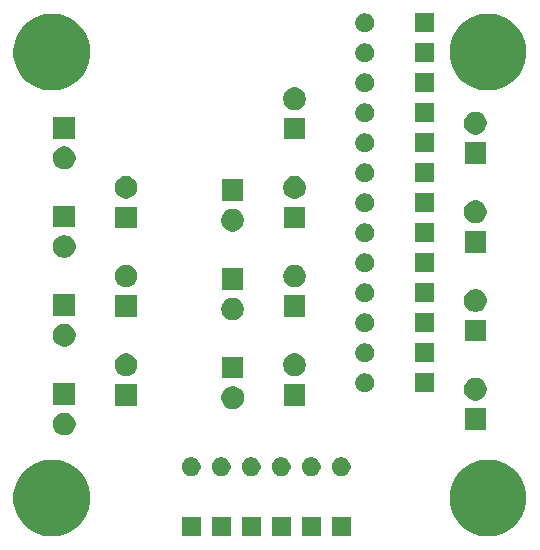
<source format=gbs>
G04 #@! TF.GenerationSoftware,KiCad,Pcbnew,(5.0.0)*
G04 #@! TF.CreationDate,2018-11-03T21:44:44-02:30*
G04 #@! TF.ProjectId,Maestro Adapter,4D61657374726F20416461707465722E,6*
G04 #@! TF.SameCoordinates,Original*
G04 #@! TF.FileFunction,Soldermask,Bot*
G04 #@! TF.FilePolarity,Negative*
%FSLAX46Y46*%
G04 Gerber Fmt 4.6, Leading zero omitted, Abs format (unit mm)*
G04 Created by KiCad (PCBNEW (5.0.0)) date 11/03/18 21:44:44*
%MOMM*%
%LPD*%
G01*
G04 APERTURE LIST*
%ADD10C,0.100000*%
G04 APERTURE END LIST*
D10*
G36*
X112554239Y-161081467D02*
X112868282Y-161143934D01*
X113459926Y-161389001D01*
X113923710Y-161698892D01*
X113992395Y-161744786D01*
X114445214Y-162197605D01*
X114445216Y-162197608D01*
X114800999Y-162730074D01*
X115046066Y-163321718D01*
X115171000Y-163949804D01*
X115171000Y-164590196D01*
X115046066Y-165218282D01*
X114800999Y-165809926D01*
X114447615Y-166338802D01*
X114445214Y-166342395D01*
X113992395Y-166795214D01*
X113992392Y-166795216D01*
X113459926Y-167150999D01*
X112868282Y-167396066D01*
X112554239Y-167458533D01*
X112240197Y-167521000D01*
X111599803Y-167521000D01*
X111285761Y-167458533D01*
X110971718Y-167396066D01*
X110380074Y-167150999D01*
X109847608Y-166795216D01*
X109847605Y-166795214D01*
X109394786Y-166342395D01*
X109392385Y-166338802D01*
X109039001Y-165809926D01*
X108793934Y-165218282D01*
X108669000Y-164590196D01*
X108669000Y-163949804D01*
X108793934Y-163321718D01*
X109039001Y-162730074D01*
X109394784Y-162197608D01*
X109394786Y-162197605D01*
X109847605Y-161744786D01*
X109916290Y-161698892D01*
X110380074Y-161389001D01*
X110971718Y-161143934D01*
X111285761Y-161081467D01*
X111599803Y-161019000D01*
X112240197Y-161019000D01*
X112554239Y-161081467D01*
X112554239Y-161081467D01*
G37*
G36*
X75634239Y-161081467D02*
X75948282Y-161143934D01*
X76539926Y-161389001D01*
X77003710Y-161698892D01*
X77072395Y-161744786D01*
X77525214Y-162197605D01*
X77525216Y-162197608D01*
X77880999Y-162730074D01*
X78126066Y-163321718D01*
X78251000Y-163949804D01*
X78251000Y-164590196D01*
X78126066Y-165218282D01*
X77880999Y-165809926D01*
X77527615Y-166338802D01*
X77525214Y-166342395D01*
X77072395Y-166795214D01*
X77072392Y-166795216D01*
X76539926Y-167150999D01*
X75948282Y-167396066D01*
X75634239Y-167458533D01*
X75320197Y-167521000D01*
X74679803Y-167521000D01*
X74365761Y-167458533D01*
X74051718Y-167396066D01*
X73460074Y-167150999D01*
X72927608Y-166795216D01*
X72927605Y-166795214D01*
X72474786Y-166342395D01*
X72472385Y-166338802D01*
X72119001Y-165809926D01*
X71873934Y-165218282D01*
X71749000Y-164590196D01*
X71749000Y-163949804D01*
X71873934Y-163321718D01*
X72119001Y-162730074D01*
X72474784Y-162197608D01*
X72474786Y-162197605D01*
X72927605Y-161744786D01*
X72996290Y-161698892D01*
X73460074Y-161389001D01*
X74051718Y-161143934D01*
X74365761Y-161081467D01*
X74679803Y-161019000D01*
X75320197Y-161019000D01*
X75634239Y-161081467D01*
X75634239Y-161081467D01*
G37*
G36*
X87591000Y-167501000D02*
X85989000Y-167501000D01*
X85989000Y-165899000D01*
X87591000Y-165899000D01*
X87591000Y-167501000D01*
X87591000Y-167501000D01*
G37*
G36*
X92671000Y-167501000D02*
X91069000Y-167501000D01*
X91069000Y-165899000D01*
X92671000Y-165899000D01*
X92671000Y-167501000D01*
X92671000Y-167501000D01*
G37*
G36*
X100291000Y-167501000D02*
X98689000Y-167501000D01*
X98689000Y-165899000D01*
X100291000Y-165899000D01*
X100291000Y-167501000D01*
X100291000Y-167501000D01*
G37*
G36*
X97751000Y-167501000D02*
X96149000Y-167501000D01*
X96149000Y-165899000D01*
X97751000Y-165899000D01*
X97751000Y-167501000D01*
X97751000Y-167501000D01*
G37*
G36*
X95211000Y-167501000D02*
X93609000Y-167501000D01*
X93609000Y-165899000D01*
X95211000Y-165899000D01*
X95211000Y-167501000D01*
X95211000Y-167501000D01*
G37*
G36*
X90131000Y-167501000D02*
X88529000Y-167501000D01*
X88529000Y-165899000D01*
X90131000Y-165899000D01*
X90131000Y-167501000D01*
X90131000Y-167501000D01*
G37*
G36*
X99723643Y-160849781D02*
X99869415Y-160910162D01*
X100000611Y-160997824D01*
X100112176Y-161109389D01*
X100199838Y-161240585D01*
X100260219Y-161386357D01*
X100291000Y-161541107D01*
X100291000Y-161698893D01*
X100260219Y-161853643D01*
X100199838Y-161999415D01*
X100112176Y-162130611D01*
X100000611Y-162242176D01*
X99869415Y-162329838D01*
X99723643Y-162390219D01*
X99568893Y-162421000D01*
X99411107Y-162421000D01*
X99256357Y-162390219D01*
X99110585Y-162329838D01*
X98979389Y-162242176D01*
X98867824Y-162130611D01*
X98780162Y-161999415D01*
X98719781Y-161853643D01*
X98689000Y-161698893D01*
X98689000Y-161541107D01*
X98719781Y-161386357D01*
X98780162Y-161240585D01*
X98867824Y-161109389D01*
X98979389Y-160997824D01*
X99110585Y-160910162D01*
X99256357Y-160849781D01*
X99411107Y-160819000D01*
X99568893Y-160819000D01*
X99723643Y-160849781D01*
X99723643Y-160849781D01*
G37*
G36*
X97183643Y-160849781D02*
X97329415Y-160910162D01*
X97460611Y-160997824D01*
X97572176Y-161109389D01*
X97659838Y-161240585D01*
X97720219Y-161386357D01*
X97751000Y-161541107D01*
X97751000Y-161698893D01*
X97720219Y-161853643D01*
X97659838Y-161999415D01*
X97572176Y-162130611D01*
X97460611Y-162242176D01*
X97329415Y-162329838D01*
X97183643Y-162390219D01*
X97028893Y-162421000D01*
X96871107Y-162421000D01*
X96716357Y-162390219D01*
X96570585Y-162329838D01*
X96439389Y-162242176D01*
X96327824Y-162130611D01*
X96240162Y-161999415D01*
X96179781Y-161853643D01*
X96149000Y-161698893D01*
X96149000Y-161541107D01*
X96179781Y-161386357D01*
X96240162Y-161240585D01*
X96327824Y-161109389D01*
X96439389Y-160997824D01*
X96570585Y-160910162D01*
X96716357Y-160849781D01*
X96871107Y-160819000D01*
X97028893Y-160819000D01*
X97183643Y-160849781D01*
X97183643Y-160849781D01*
G37*
G36*
X94643643Y-160849781D02*
X94789415Y-160910162D01*
X94920611Y-160997824D01*
X95032176Y-161109389D01*
X95119838Y-161240585D01*
X95180219Y-161386357D01*
X95211000Y-161541107D01*
X95211000Y-161698893D01*
X95180219Y-161853643D01*
X95119838Y-161999415D01*
X95032176Y-162130611D01*
X94920611Y-162242176D01*
X94789415Y-162329838D01*
X94643643Y-162390219D01*
X94488893Y-162421000D01*
X94331107Y-162421000D01*
X94176357Y-162390219D01*
X94030585Y-162329838D01*
X93899389Y-162242176D01*
X93787824Y-162130611D01*
X93700162Y-161999415D01*
X93639781Y-161853643D01*
X93609000Y-161698893D01*
X93609000Y-161541107D01*
X93639781Y-161386357D01*
X93700162Y-161240585D01*
X93787824Y-161109389D01*
X93899389Y-160997824D01*
X94030585Y-160910162D01*
X94176357Y-160849781D01*
X94331107Y-160819000D01*
X94488893Y-160819000D01*
X94643643Y-160849781D01*
X94643643Y-160849781D01*
G37*
G36*
X92103643Y-160849781D02*
X92249415Y-160910162D01*
X92380611Y-160997824D01*
X92492176Y-161109389D01*
X92579838Y-161240585D01*
X92640219Y-161386357D01*
X92671000Y-161541107D01*
X92671000Y-161698893D01*
X92640219Y-161853643D01*
X92579838Y-161999415D01*
X92492176Y-162130611D01*
X92380611Y-162242176D01*
X92249415Y-162329838D01*
X92103643Y-162390219D01*
X91948893Y-162421000D01*
X91791107Y-162421000D01*
X91636357Y-162390219D01*
X91490585Y-162329838D01*
X91359389Y-162242176D01*
X91247824Y-162130611D01*
X91160162Y-161999415D01*
X91099781Y-161853643D01*
X91069000Y-161698893D01*
X91069000Y-161541107D01*
X91099781Y-161386357D01*
X91160162Y-161240585D01*
X91247824Y-161109389D01*
X91359389Y-160997824D01*
X91490585Y-160910162D01*
X91636357Y-160849781D01*
X91791107Y-160819000D01*
X91948893Y-160819000D01*
X92103643Y-160849781D01*
X92103643Y-160849781D01*
G37*
G36*
X89563643Y-160849781D02*
X89709415Y-160910162D01*
X89840611Y-160997824D01*
X89952176Y-161109389D01*
X90039838Y-161240585D01*
X90100219Y-161386357D01*
X90131000Y-161541107D01*
X90131000Y-161698893D01*
X90100219Y-161853643D01*
X90039838Y-161999415D01*
X89952176Y-162130611D01*
X89840611Y-162242176D01*
X89709415Y-162329838D01*
X89563643Y-162390219D01*
X89408893Y-162421000D01*
X89251107Y-162421000D01*
X89096357Y-162390219D01*
X88950585Y-162329838D01*
X88819389Y-162242176D01*
X88707824Y-162130611D01*
X88620162Y-161999415D01*
X88559781Y-161853643D01*
X88529000Y-161698893D01*
X88529000Y-161541107D01*
X88559781Y-161386357D01*
X88620162Y-161240585D01*
X88707824Y-161109389D01*
X88819389Y-160997824D01*
X88950585Y-160910162D01*
X89096357Y-160849781D01*
X89251107Y-160819000D01*
X89408893Y-160819000D01*
X89563643Y-160849781D01*
X89563643Y-160849781D01*
G37*
G36*
X87023643Y-160849781D02*
X87169415Y-160910162D01*
X87300611Y-160997824D01*
X87412176Y-161109389D01*
X87499838Y-161240585D01*
X87560219Y-161386357D01*
X87591000Y-161541107D01*
X87591000Y-161698893D01*
X87560219Y-161853643D01*
X87499838Y-161999415D01*
X87412176Y-162130611D01*
X87300611Y-162242176D01*
X87169415Y-162329838D01*
X87023643Y-162390219D01*
X86868893Y-162421000D01*
X86711107Y-162421000D01*
X86556357Y-162390219D01*
X86410585Y-162329838D01*
X86279389Y-162242176D01*
X86167824Y-162130611D01*
X86080162Y-161999415D01*
X86019781Y-161853643D01*
X85989000Y-161698893D01*
X85989000Y-161541107D01*
X86019781Y-161386357D01*
X86080162Y-161240585D01*
X86167824Y-161109389D01*
X86279389Y-160997824D01*
X86410585Y-160910162D01*
X86556357Y-160849781D01*
X86711107Y-160819000D01*
X86868893Y-160819000D01*
X87023643Y-160849781D01*
X87023643Y-160849781D01*
G37*
G36*
X76330897Y-157084007D02*
X76506152Y-157156600D01*
X76663877Y-157261989D01*
X76798011Y-157396123D01*
X76903400Y-157553848D01*
X76975993Y-157729103D01*
X77013000Y-157915153D01*
X77013000Y-158104847D01*
X76975993Y-158290897D01*
X76903400Y-158466152D01*
X76798011Y-158623877D01*
X76663877Y-158758011D01*
X76506152Y-158863400D01*
X76330897Y-158935993D01*
X76144847Y-158973000D01*
X75955153Y-158973000D01*
X75769103Y-158935993D01*
X75593848Y-158863400D01*
X75436123Y-158758011D01*
X75301989Y-158623877D01*
X75196600Y-158466152D01*
X75124007Y-158290897D01*
X75087000Y-158104847D01*
X75087000Y-157915153D01*
X75124007Y-157729103D01*
X75196600Y-157553848D01*
X75301989Y-157396123D01*
X75436123Y-157261989D01*
X75593848Y-157156600D01*
X75769103Y-157084007D01*
X75955153Y-157047000D01*
X76144847Y-157047000D01*
X76330897Y-157084007D01*
X76330897Y-157084007D01*
G37*
G36*
X111773000Y-158523000D02*
X109947000Y-158523000D01*
X109947000Y-156697000D01*
X111773000Y-156697000D01*
X111773000Y-158523000D01*
X111773000Y-158523000D01*
G37*
G36*
X90590897Y-154854007D02*
X90766152Y-154926600D01*
X90923877Y-155031989D01*
X91058011Y-155166123D01*
X91163400Y-155323848D01*
X91235993Y-155499103D01*
X91273000Y-155685153D01*
X91273000Y-155874847D01*
X91235993Y-156060897D01*
X91163400Y-156236152D01*
X91058011Y-156393877D01*
X90923877Y-156528011D01*
X90766152Y-156633400D01*
X90590897Y-156705993D01*
X90404847Y-156743000D01*
X90215153Y-156743000D01*
X90029103Y-156705993D01*
X89853848Y-156633400D01*
X89696123Y-156528011D01*
X89561989Y-156393877D01*
X89456600Y-156236152D01*
X89384007Y-156060897D01*
X89347000Y-155874847D01*
X89347000Y-155685153D01*
X89384007Y-155499103D01*
X89456600Y-155323848D01*
X89561989Y-155166123D01*
X89696123Y-155031989D01*
X89853848Y-154926600D01*
X90029103Y-154854007D01*
X90215153Y-154817000D01*
X90404847Y-154817000D01*
X90590897Y-154854007D01*
X90590897Y-154854007D01*
G37*
G36*
X96453000Y-156453000D02*
X94627000Y-156453000D01*
X94627000Y-154627000D01*
X96453000Y-154627000D01*
X96453000Y-156453000D01*
X96453000Y-156453000D01*
G37*
G36*
X82193000Y-156453000D02*
X80367000Y-156453000D01*
X80367000Y-154627000D01*
X82193000Y-154627000D01*
X82193000Y-156453000D01*
X82193000Y-156453000D01*
G37*
G36*
X76963000Y-156383000D02*
X75137000Y-156383000D01*
X75137000Y-154557000D01*
X76963000Y-154557000D01*
X76963000Y-156383000D01*
X76963000Y-156383000D01*
G37*
G36*
X111140897Y-154144007D02*
X111316152Y-154216600D01*
X111473877Y-154321989D01*
X111608011Y-154456123D01*
X111713400Y-154613848D01*
X111785993Y-154789103D01*
X111823000Y-154975153D01*
X111823000Y-155164847D01*
X111785993Y-155350897D01*
X111713400Y-155526152D01*
X111608011Y-155683877D01*
X111473877Y-155818011D01*
X111316152Y-155923400D01*
X111140897Y-155995993D01*
X110954847Y-156033000D01*
X110765153Y-156033000D01*
X110579103Y-155995993D01*
X110403848Y-155923400D01*
X110246123Y-155818011D01*
X110111989Y-155683877D01*
X110006600Y-155526152D01*
X109934007Y-155350897D01*
X109897000Y-155164847D01*
X109897000Y-154975153D01*
X109934007Y-154789103D01*
X110006600Y-154613848D01*
X110111989Y-154456123D01*
X110246123Y-154321989D01*
X110403848Y-154216600D01*
X110579103Y-154144007D01*
X110765153Y-154107000D01*
X110954847Y-154107000D01*
X111140897Y-154144007D01*
X111140897Y-154144007D01*
G37*
G36*
X107371000Y-155321000D02*
X105769000Y-155321000D01*
X105769000Y-153719000D01*
X107371000Y-153719000D01*
X107371000Y-155321000D01*
X107371000Y-155321000D01*
G37*
G36*
X101723643Y-153749781D02*
X101869415Y-153810162D01*
X102000611Y-153897824D01*
X102112176Y-154009389D01*
X102199838Y-154140585D01*
X102260219Y-154286357D01*
X102291000Y-154441107D01*
X102291000Y-154598893D01*
X102260219Y-154753643D01*
X102199838Y-154899415D01*
X102112176Y-155030611D01*
X102000611Y-155142176D01*
X101869415Y-155229838D01*
X101723643Y-155290219D01*
X101568893Y-155321000D01*
X101411107Y-155321000D01*
X101256357Y-155290219D01*
X101110585Y-155229838D01*
X100979389Y-155142176D01*
X100867824Y-155030611D01*
X100780162Y-154899415D01*
X100719781Y-154753643D01*
X100689000Y-154598893D01*
X100689000Y-154441107D01*
X100719781Y-154286357D01*
X100780162Y-154140585D01*
X100867824Y-154009389D01*
X100979389Y-153897824D01*
X101110585Y-153810162D01*
X101256357Y-153749781D01*
X101411107Y-153719000D01*
X101568893Y-153719000D01*
X101723643Y-153749781D01*
X101723643Y-153749781D01*
G37*
G36*
X91223000Y-154153000D02*
X89397000Y-154153000D01*
X89397000Y-152327000D01*
X91223000Y-152327000D01*
X91223000Y-154153000D01*
X91223000Y-154153000D01*
G37*
G36*
X95820897Y-152074007D02*
X95996152Y-152146600D01*
X96153877Y-152251989D01*
X96288011Y-152386123D01*
X96393400Y-152543848D01*
X96465993Y-152719103D01*
X96503000Y-152905153D01*
X96503000Y-153094847D01*
X96465993Y-153280897D01*
X96393400Y-153456152D01*
X96288011Y-153613877D01*
X96153877Y-153748011D01*
X95996152Y-153853400D01*
X95820897Y-153925993D01*
X95634847Y-153963000D01*
X95445153Y-153963000D01*
X95259103Y-153925993D01*
X95083848Y-153853400D01*
X94926123Y-153748011D01*
X94791989Y-153613877D01*
X94686600Y-153456152D01*
X94614007Y-153280897D01*
X94577000Y-153094847D01*
X94577000Y-152905153D01*
X94614007Y-152719103D01*
X94686600Y-152543848D01*
X94791989Y-152386123D01*
X94926123Y-152251989D01*
X95083848Y-152146600D01*
X95259103Y-152074007D01*
X95445153Y-152037000D01*
X95634847Y-152037000D01*
X95820897Y-152074007D01*
X95820897Y-152074007D01*
G37*
G36*
X81560897Y-152074007D02*
X81736152Y-152146600D01*
X81893877Y-152251989D01*
X82028011Y-152386123D01*
X82133400Y-152543848D01*
X82205993Y-152719103D01*
X82243000Y-152905153D01*
X82243000Y-153094847D01*
X82205993Y-153280897D01*
X82133400Y-153456152D01*
X82028011Y-153613877D01*
X81893877Y-153748011D01*
X81736152Y-153853400D01*
X81560897Y-153925993D01*
X81374847Y-153963000D01*
X81185153Y-153963000D01*
X80999103Y-153925993D01*
X80823848Y-153853400D01*
X80666123Y-153748011D01*
X80531989Y-153613877D01*
X80426600Y-153456152D01*
X80354007Y-153280897D01*
X80317000Y-153094847D01*
X80317000Y-152905153D01*
X80354007Y-152719103D01*
X80426600Y-152543848D01*
X80531989Y-152386123D01*
X80666123Y-152251989D01*
X80823848Y-152146600D01*
X80999103Y-152074007D01*
X81185153Y-152037000D01*
X81374847Y-152037000D01*
X81560897Y-152074007D01*
X81560897Y-152074007D01*
G37*
G36*
X107371000Y-152781000D02*
X105769000Y-152781000D01*
X105769000Y-151179000D01*
X107371000Y-151179000D01*
X107371000Y-152781000D01*
X107371000Y-152781000D01*
G37*
G36*
X101723643Y-151209781D02*
X101869415Y-151270162D01*
X102000611Y-151357824D01*
X102112176Y-151469389D01*
X102199838Y-151600585D01*
X102260219Y-151746357D01*
X102291000Y-151901107D01*
X102291000Y-152058893D01*
X102260219Y-152213643D01*
X102199838Y-152359415D01*
X102112176Y-152490611D01*
X102000611Y-152602176D01*
X101869415Y-152689838D01*
X101723643Y-152750219D01*
X101568893Y-152781000D01*
X101411107Y-152781000D01*
X101256357Y-152750219D01*
X101110585Y-152689838D01*
X100979389Y-152602176D01*
X100867824Y-152490611D01*
X100780162Y-152359415D01*
X100719781Y-152213643D01*
X100689000Y-152058893D01*
X100689000Y-151901107D01*
X100719781Y-151746357D01*
X100780162Y-151600585D01*
X100867824Y-151469389D01*
X100979389Y-151357824D01*
X101110585Y-151270162D01*
X101256357Y-151209781D01*
X101411107Y-151179000D01*
X101568893Y-151179000D01*
X101723643Y-151209781D01*
X101723643Y-151209781D01*
G37*
G36*
X76330897Y-149574007D02*
X76506152Y-149646600D01*
X76663877Y-149751989D01*
X76798011Y-149886123D01*
X76903400Y-150043848D01*
X76975993Y-150219103D01*
X77013000Y-150405153D01*
X77013000Y-150594847D01*
X76975993Y-150780897D01*
X76903400Y-150956152D01*
X76798011Y-151113877D01*
X76663877Y-151248011D01*
X76506152Y-151353400D01*
X76330897Y-151425993D01*
X76144847Y-151463000D01*
X75955153Y-151463000D01*
X75769103Y-151425993D01*
X75593848Y-151353400D01*
X75436123Y-151248011D01*
X75301989Y-151113877D01*
X75196600Y-150956152D01*
X75124007Y-150780897D01*
X75087000Y-150594847D01*
X75087000Y-150405153D01*
X75124007Y-150219103D01*
X75196600Y-150043848D01*
X75301989Y-149886123D01*
X75436123Y-149751989D01*
X75593848Y-149646600D01*
X75769103Y-149574007D01*
X75955153Y-149537000D01*
X76144847Y-149537000D01*
X76330897Y-149574007D01*
X76330897Y-149574007D01*
G37*
G36*
X111773000Y-151013000D02*
X109947000Y-151013000D01*
X109947000Y-149187000D01*
X111773000Y-149187000D01*
X111773000Y-151013000D01*
X111773000Y-151013000D01*
G37*
G36*
X101723643Y-148669781D02*
X101869415Y-148730162D01*
X102000611Y-148817824D01*
X102112176Y-148929389D01*
X102199838Y-149060585D01*
X102260219Y-149206357D01*
X102291000Y-149361107D01*
X102291000Y-149518893D01*
X102260219Y-149673643D01*
X102199838Y-149819415D01*
X102112176Y-149950611D01*
X102000611Y-150062176D01*
X101869415Y-150149838D01*
X101723643Y-150210219D01*
X101568893Y-150241000D01*
X101411107Y-150241000D01*
X101256357Y-150210219D01*
X101110585Y-150149838D01*
X100979389Y-150062176D01*
X100867824Y-149950611D01*
X100780162Y-149819415D01*
X100719781Y-149673643D01*
X100689000Y-149518893D01*
X100689000Y-149361107D01*
X100719781Y-149206357D01*
X100780162Y-149060585D01*
X100867824Y-148929389D01*
X100979389Y-148817824D01*
X101110585Y-148730162D01*
X101256357Y-148669781D01*
X101411107Y-148639000D01*
X101568893Y-148639000D01*
X101723643Y-148669781D01*
X101723643Y-148669781D01*
G37*
G36*
X107371000Y-150241000D02*
X105769000Y-150241000D01*
X105769000Y-148639000D01*
X107371000Y-148639000D01*
X107371000Y-150241000D01*
X107371000Y-150241000D01*
G37*
G36*
X90580897Y-147344007D02*
X90756152Y-147416600D01*
X90913877Y-147521989D01*
X91048011Y-147656123D01*
X91153400Y-147813848D01*
X91225993Y-147989103D01*
X91263000Y-148175153D01*
X91263000Y-148364847D01*
X91225993Y-148550897D01*
X91153400Y-148726152D01*
X91048011Y-148883877D01*
X90913877Y-149018011D01*
X90756152Y-149123400D01*
X90580897Y-149195993D01*
X90394847Y-149233000D01*
X90205153Y-149233000D01*
X90019103Y-149195993D01*
X89843848Y-149123400D01*
X89686123Y-149018011D01*
X89551989Y-148883877D01*
X89446600Y-148726152D01*
X89374007Y-148550897D01*
X89337000Y-148364847D01*
X89337000Y-148175153D01*
X89374007Y-147989103D01*
X89446600Y-147813848D01*
X89551989Y-147656123D01*
X89686123Y-147521989D01*
X89843848Y-147416600D01*
X90019103Y-147344007D01*
X90205153Y-147307000D01*
X90394847Y-147307000D01*
X90580897Y-147344007D01*
X90580897Y-147344007D01*
G37*
G36*
X82193000Y-148943000D02*
X80367000Y-148943000D01*
X80367000Y-147117000D01*
X82193000Y-147117000D01*
X82193000Y-148943000D01*
X82193000Y-148943000D01*
G37*
G36*
X96453000Y-148943000D02*
X94627000Y-148943000D01*
X94627000Y-147117000D01*
X96453000Y-147117000D01*
X96453000Y-148943000D01*
X96453000Y-148943000D01*
G37*
G36*
X76963000Y-148873000D02*
X75137000Y-148873000D01*
X75137000Y-147047000D01*
X76963000Y-147047000D01*
X76963000Y-148873000D01*
X76963000Y-148873000D01*
G37*
G36*
X111140897Y-146634007D02*
X111316152Y-146706600D01*
X111473877Y-146811989D01*
X111608011Y-146946123D01*
X111713400Y-147103848D01*
X111785993Y-147279103D01*
X111823000Y-147465153D01*
X111823000Y-147654847D01*
X111785993Y-147840897D01*
X111713400Y-148016152D01*
X111608011Y-148173877D01*
X111473877Y-148308011D01*
X111316152Y-148413400D01*
X111140897Y-148485993D01*
X110954847Y-148523000D01*
X110765153Y-148523000D01*
X110579103Y-148485993D01*
X110403848Y-148413400D01*
X110246123Y-148308011D01*
X110111989Y-148173877D01*
X110006600Y-148016152D01*
X109934007Y-147840897D01*
X109897000Y-147654847D01*
X109897000Y-147465153D01*
X109934007Y-147279103D01*
X110006600Y-147103848D01*
X110111989Y-146946123D01*
X110246123Y-146811989D01*
X110403848Y-146706600D01*
X110579103Y-146634007D01*
X110765153Y-146597000D01*
X110954847Y-146597000D01*
X111140897Y-146634007D01*
X111140897Y-146634007D01*
G37*
G36*
X107371000Y-147701000D02*
X105769000Y-147701000D01*
X105769000Y-146099000D01*
X107371000Y-146099000D01*
X107371000Y-147701000D01*
X107371000Y-147701000D01*
G37*
G36*
X101723643Y-146129781D02*
X101869415Y-146190162D01*
X102000611Y-146277824D01*
X102112176Y-146389389D01*
X102199838Y-146520585D01*
X102260219Y-146666357D01*
X102291000Y-146821107D01*
X102291000Y-146978893D01*
X102260219Y-147133643D01*
X102199838Y-147279415D01*
X102112176Y-147410611D01*
X102000611Y-147522176D01*
X101869415Y-147609838D01*
X101723643Y-147670219D01*
X101568893Y-147701000D01*
X101411107Y-147701000D01*
X101256357Y-147670219D01*
X101110585Y-147609838D01*
X100979389Y-147522176D01*
X100867824Y-147410611D01*
X100780162Y-147279415D01*
X100719781Y-147133643D01*
X100689000Y-146978893D01*
X100689000Y-146821107D01*
X100719781Y-146666357D01*
X100780162Y-146520585D01*
X100867824Y-146389389D01*
X100979389Y-146277824D01*
X101110585Y-146190162D01*
X101256357Y-146129781D01*
X101411107Y-146099000D01*
X101568893Y-146099000D01*
X101723643Y-146129781D01*
X101723643Y-146129781D01*
G37*
G36*
X91213000Y-146643000D02*
X89387000Y-146643000D01*
X89387000Y-144817000D01*
X91213000Y-144817000D01*
X91213000Y-146643000D01*
X91213000Y-146643000D01*
G37*
G36*
X95820897Y-144564007D02*
X95996152Y-144636600D01*
X96153877Y-144741989D01*
X96288011Y-144876123D01*
X96393400Y-145033848D01*
X96465993Y-145209103D01*
X96503000Y-145395153D01*
X96503000Y-145584847D01*
X96465993Y-145770897D01*
X96393400Y-145946152D01*
X96288011Y-146103877D01*
X96153877Y-146238011D01*
X95996152Y-146343400D01*
X95820897Y-146415993D01*
X95634847Y-146453000D01*
X95445153Y-146453000D01*
X95259103Y-146415993D01*
X95083848Y-146343400D01*
X94926123Y-146238011D01*
X94791989Y-146103877D01*
X94686600Y-145946152D01*
X94614007Y-145770897D01*
X94577000Y-145584847D01*
X94577000Y-145395153D01*
X94614007Y-145209103D01*
X94686600Y-145033848D01*
X94791989Y-144876123D01*
X94926123Y-144741989D01*
X95083848Y-144636600D01*
X95259103Y-144564007D01*
X95445153Y-144527000D01*
X95634847Y-144527000D01*
X95820897Y-144564007D01*
X95820897Y-144564007D01*
G37*
G36*
X81560897Y-144564007D02*
X81736152Y-144636600D01*
X81893877Y-144741989D01*
X82028011Y-144876123D01*
X82133400Y-145033848D01*
X82205993Y-145209103D01*
X82243000Y-145395153D01*
X82243000Y-145584847D01*
X82205993Y-145770897D01*
X82133400Y-145946152D01*
X82028011Y-146103877D01*
X81893877Y-146238011D01*
X81736152Y-146343400D01*
X81560897Y-146415993D01*
X81374847Y-146453000D01*
X81185153Y-146453000D01*
X80999103Y-146415993D01*
X80823848Y-146343400D01*
X80666123Y-146238011D01*
X80531989Y-146103877D01*
X80426600Y-145946152D01*
X80354007Y-145770897D01*
X80317000Y-145584847D01*
X80317000Y-145395153D01*
X80354007Y-145209103D01*
X80426600Y-145033848D01*
X80531989Y-144876123D01*
X80666123Y-144741989D01*
X80823848Y-144636600D01*
X80999103Y-144564007D01*
X81185153Y-144527000D01*
X81374847Y-144527000D01*
X81560897Y-144564007D01*
X81560897Y-144564007D01*
G37*
G36*
X107371000Y-145161000D02*
X105769000Y-145161000D01*
X105769000Y-143559000D01*
X107371000Y-143559000D01*
X107371000Y-145161000D01*
X107371000Y-145161000D01*
G37*
G36*
X101723643Y-143589781D02*
X101869415Y-143650162D01*
X102000611Y-143737824D01*
X102112176Y-143849389D01*
X102199838Y-143980585D01*
X102260219Y-144126357D01*
X102291000Y-144281107D01*
X102291000Y-144438893D01*
X102260219Y-144593643D01*
X102199838Y-144739415D01*
X102112176Y-144870611D01*
X102000611Y-144982176D01*
X101869415Y-145069838D01*
X101723643Y-145130219D01*
X101568893Y-145161000D01*
X101411107Y-145161000D01*
X101256357Y-145130219D01*
X101110585Y-145069838D01*
X100979389Y-144982176D01*
X100867824Y-144870611D01*
X100780162Y-144739415D01*
X100719781Y-144593643D01*
X100689000Y-144438893D01*
X100689000Y-144281107D01*
X100719781Y-144126357D01*
X100780162Y-143980585D01*
X100867824Y-143849389D01*
X100979389Y-143737824D01*
X101110585Y-143650162D01*
X101256357Y-143589781D01*
X101411107Y-143559000D01*
X101568893Y-143559000D01*
X101723643Y-143589781D01*
X101723643Y-143589781D01*
G37*
G36*
X76330897Y-142064007D02*
X76506152Y-142136600D01*
X76663877Y-142241989D01*
X76798011Y-142376123D01*
X76903400Y-142533848D01*
X76975993Y-142709103D01*
X77013000Y-142895153D01*
X77013000Y-143084847D01*
X76975993Y-143270897D01*
X76903400Y-143446152D01*
X76798011Y-143603877D01*
X76663877Y-143738011D01*
X76506152Y-143843400D01*
X76330897Y-143915993D01*
X76144847Y-143953000D01*
X75955153Y-143953000D01*
X75769103Y-143915993D01*
X75593848Y-143843400D01*
X75436123Y-143738011D01*
X75301989Y-143603877D01*
X75196600Y-143446152D01*
X75124007Y-143270897D01*
X75087000Y-143084847D01*
X75087000Y-142895153D01*
X75124007Y-142709103D01*
X75196600Y-142533848D01*
X75301989Y-142376123D01*
X75436123Y-142241989D01*
X75593848Y-142136600D01*
X75769103Y-142064007D01*
X75955153Y-142027000D01*
X76144847Y-142027000D01*
X76330897Y-142064007D01*
X76330897Y-142064007D01*
G37*
G36*
X111773000Y-143503000D02*
X109947000Y-143503000D01*
X109947000Y-141677000D01*
X111773000Y-141677000D01*
X111773000Y-143503000D01*
X111773000Y-143503000D01*
G37*
G36*
X107371000Y-142621000D02*
X105769000Y-142621000D01*
X105769000Y-141019000D01*
X107371000Y-141019000D01*
X107371000Y-142621000D01*
X107371000Y-142621000D01*
G37*
G36*
X101723643Y-141049781D02*
X101869415Y-141110162D01*
X102000611Y-141197824D01*
X102112176Y-141309389D01*
X102199838Y-141440585D01*
X102260219Y-141586357D01*
X102291000Y-141741107D01*
X102291000Y-141898893D01*
X102260219Y-142053643D01*
X102199838Y-142199415D01*
X102112176Y-142330611D01*
X102000611Y-142442176D01*
X101869415Y-142529838D01*
X101723643Y-142590219D01*
X101568893Y-142621000D01*
X101411107Y-142621000D01*
X101256357Y-142590219D01*
X101110585Y-142529838D01*
X100979389Y-142442176D01*
X100867824Y-142330611D01*
X100780162Y-142199415D01*
X100719781Y-142053643D01*
X100689000Y-141898893D01*
X100689000Y-141741107D01*
X100719781Y-141586357D01*
X100780162Y-141440585D01*
X100867824Y-141309389D01*
X100979389Y-141197824D01*
X101110585Y-141110162D01*
X101256357Y-141049781D01*
X101411107Y-141019000D01*
X101568893Y-141019000D01*
X101723643Y-141049781D01*
X101723643Y-141049781D01*
G37*
G36*
X90580897Y-139834007D02*
X90756152Y-139906600D01*
X90913877Y-140011989D01*
X91048011Y-140146123D01*
X91153400Y-140303848D01*
X91225993Y-140479103D01*
X91263000Y-140665153D01*
X91263000Y-140854847D01*
X91225993Y-141040897D01*
X91153400Y-141216152D01*
X91048011Y-141373877D01*
X90913877Y-141508011D01*
X90756152Y-141613400D01*
X90580897Y-141685993D01*
X90394847Y-141723000D01*
X90205153Y-141723000D01*
X90019103Y-141685993D01*
X89843848Y-141613400D01*
X89686123Y-141508011D01*
X89551989Y-141373877D01*
X89446600Y-141216152D01*
X89374007Y-141040897D01*
X89337000Y-140854847D01*
X89337000Y-140665153D01*
X89374007Y-140479103D01*
X89446600Y-140303848D01*
X89551989Y-140146123D01*
X89686123Y-140011989D01*
X89843848Y-139906600D01*
X90019103Y-139834007D01*
X90205153Y-139797000D01*
X90394847Y-139797000D01*
X90580897Y-139834007D01*
X90580897Y-139834007D01*
G37*
G36*
X82193000Y-141433000D02*
X80367000Y-141433000D01*
X80367000Y-139607000D01*
X82193000Y-139607000D01*
X82193000Y-141433000D01*
X82193000Y-141433000D01*
G37*
G36*
X96453000Y-141433000D02*
X94627000Y-141433000D01*
X94627000Y-139607000D01*
X96453000Y-139607000D01*
X96453000Y-141433000D01*
X96453000Y-141433000D01*
G37*
G36*
X76963000Y-141363000D02*
X75137000Y-141363000D01*
X75137000Y-139537000D01*
X76963000Y-139537000D01*
X76963000Y-141363000D01*
X76963000Y-141363000D01*
G37*
G36*
X111140897Y-139124007D02*
X111316152Y-139196600D01*
X111473877Y-139301989D01*
X111608011Y-139436123D01*
X111713400Y-139593848D01*
X111785993Y-139769103D01*
X111823000Y-139955153D01*
X111823000Y-140144847D01*
X111785993Y-140330897D01*
X111713400Y-140506152D01*
X111608011Y-140663877D01*
X111473877Y-140798011D01*
X111316152Y-140903400D01*
X111140897Y-140975993D01*
X110954847Y-141013000D01*
X110765153Y-141013000D01*
X110579103Y-140975993D01*
X110403848Y-140903400D01*
X110246123Y-140798011D01*
X110111989Y-140663877D01*
X110006600Y-140506152D01*
X109934007Y-140330897D01*
X109897000Y-140144847D01*
X109897000Y-139955153D01*
X109934007Y-139769103D01*
X110006600Y-139593848D01*
X110111989Y-139436123D01*
X110246123Y-139301989D01*
X110403848Y-139196600D01*
X110579103Y-139124007D01*
X110765153Y-139087000D01*
X110954847Y-139087000D01*
X111140897Y-139124007D01*
X111140897Y-139124007D01*
G37*
G36*
X101723643Y-138509781D02*
X101869415Y-138570162D01*
X102000611Y-138657824D01*
X102112176Y-138769389D01*
X102199838Y-138900585D01*
X102260219Y-139046357D01*
X102291000Y-139201107D01*
X102291000Y-139358893D01*
X102260219Y-139513643D01*
X102199838Y-139659415D01*
X102112176Y-139790611D01*
X102000611Y-139902176D01*
X101869415Y-139989838D01*
X101723643Y-140050219D01*
X101568893Y-140081000D01*
X101411107Y-140081000D01*
X101256357Y-140050219D01*
X101110585Y-139989838D01*
X100979389Y-139902176D01*
X100867824Y-139790611D01*
X100780162Y-139659415D01*
X100719781Y-139513643D01*
X100689000Y-139358893D01*
X100689000Y-139201107D01*
X100719781Y-139046357D01*
X100780162Y-138900585D01*
X100867824Y-138769389D01*
X100979389Y-138657824D01*
X101110585Y-138570162D01*
X101256357Y-138509781D01*
X101411107Y-138479000D01*
X101568893Y-138479000D01*
X101723643Y-138509781D01*
X101723643Y-138509781D01*
G37*
G36*
X107371000Y-140081000D02*
X105769000Y-140081000D01*
X105769000Y-138479000D01*
X107371000Y-138479000D01*
X107371000Y-140081000D01*
X107371000Y-140081000D01*
G37*
G36*
X91213000Y-139133000D02*
X89387000Y-139133000D01*
X89387000Y-137307000D01*
X91213000Y-137307000D01*
X91213000Y-139133000D01*
X91213000Y-139133000D01*
G37*
G36*
X81560897Y-137054007D02*
X81736152Y-137126600D01*
X81893877Y-137231989D01*
X82028011Y-137366123D01*
X82133400Y-137523848D01*
X82205993Y-137699103D01*
X82243000Y-137885153D01*
X82243000Y-138074847D01*
X82205993Y-138260897D01*
X82133400Y-138436152D01*
X82028011Y-138593877D01*
X81893877Y-138728011D01*
X81736152Y-138833400D01*
X81560897Y-138905993D01*
X81374847Y-138943000D01*
X81185153Y-138943000D01*
X80999103Y-138905993D01*
X80823848Y-138833400D01*
X80666123Y-138728011D01*
X80531989Y-138593877D01*
X80426600Y-138436152D01*
X80354007Y-138260897D01*
X80317000Y-138074847D01*
X80317000Y-137885153D01*
X80354007Y-137699103D01*
X80426600Y-137523848D01*
X80531989Y-137366123D01*
X80666123Y-137231989D01*
X80823848Y-137126600D01*
X80999103Y-137054007D01*
X81185153Y-137017000D01*
X81374847Y-137017000D01*
X81560897Y-137054007D01*
X81560897Y-137054007D01*
G37*
G36*
X95820897Y-137054007D02*
X95996152Y-137126600D01*
X96153877Y-137231989D01*
X96288011Y-137366123D01*
X96393400Y-137523848D01*
X96465993Y-137699103D01*
X96503000Y-137885153D01*
X96503000Y-138074847D01*
X96465993Y-138260897D01*
X96393400Y-138436152D01*
X96288011Y-138593877D01*
X96153877Y-138728011D01*
X95996152Y-138833400D01*
X95820897Y-138905993D01*
X95634847Y-138943000D01*
X95445153Y-138943000D01*
X95259103Y-138905993D01*
X95083848Y-138833400D01*
X94926123Y-138728011D01*
X94791989Y-138593877D01*
X94686600Y-138436152D01*
X94614007Y-138260897D01*
X94577000Y-138074847D01*
X94577000Y-137885153D01*
X94614007Y-137699103D01*
X94686600Y-137523848D01*
X94791989Y-137366123D01*
X94926123Y-137231989D01*
X95083848Y-137126600D01*
X95259103Y-137054007D01*
X95445153Y-137017000D01*
X95634847Y-137017000D01*
X95820897Y-137054007D01*
X95820897Y-137054007D01*
G37*
G36*
X107371000Y-137541000D02*
X105769000Y-137541000D01*
X105769000Y-135939000D01*
X107371000Y-135939000D01*
X107371000Y-137541000D01*
X107371000Y-137541000D01*
G37*
G36*
X101723643Y-135969781D02*
X101869415Y-136030162D01*
X102000611Y-136117824D01*
X102112176Y-136229389D01*
X102199838Y-136360585D01*
X102260219Y-136506357D01*
X102291000Y-136661107D01*
X102291000Y-136818893D01*
X102260219Y-136973643D01*
X102199838Y-137119415D01*
X102112176Y-137250611D01*
X102000611Y-137362176D01*
X101869415Y-137449838D01*
X101723643Y-137510219D01*
X101568893Y-137541000D01*
X101411107Y-137541000D01*
X101256357Y-137510219D01*
X101110585Y-137449838D01*
X100979389Y-137362176D01*
X100867824Y-137250611D01*
X100780162Y-137119415D01*
X100719781Y-136973643D01*
X100689000Y-136818893D01*
X100689000Y-136661107D01*
X100719781Y-136506357D01*
X100780162Y-136360585D01*
X100867824Y-136229389D01*
X100979389Y-136117824D01*
X101110585Y-136030162D01*
X101256357Y-135969781D01*
X101411107Y-135939000D01*
X101568893Y-135939000D01*
X101723643Y-135969781D01*
X101723643Y-135969781D01*
G37*
G36*
X76330897Y-134554007D02*
X76506152Y-134626600D01*
X76663877Y-134731989D01*
X76798011Y-134866123D01*
X76903400Y-135023848D01*
X76975993Y-135199103D01*
X77013000Y-135385153D01*
X77013000Y-135574847D01*
X76975993Y-135760897D01*
X76903400Y-135936152D01*
X76798011Y-136093877D01*
X76663877Y-136228011D01*
X76506152Y-136333400D01*
X76330897Y-136405993D01*
X76144847Y-136443000D01*
X75955153Y-136443000D01*
X75769103Y-136405993D01*
X75593848Y-136333400D01*
X75436123Y-136228011D01*
X75301989Y-136093877D01*
X75196600Y-135936152D01*
X75124007Y-135760897D01*
X75087000Y-135574847D01*
X75087000Y-135385153D01*
X75124007Y-135199103D01*
X75196600Y-135023848D01*
X75301989Y-134866123D01*
X75436123Y-134731989D01*
X75593848Y-134626600D01*
X75769103Y-134554007D01*
X75955153Y-134517000D01*
X76144847Y-134517000D01*
X76330897Y-134554007D01*
X76330897Y-134554007D01*
G37*
G36*
X111773000Y-135993000D02*
X109947000Y-135993000D01*
X109947000Y-134167000D01*
X111773000Y-134167000D01*
X111773000Y-135993000D01*
X111773000Y-135993000D01*
G37*
G36*
X101723643Y-133429781D02*
X101869415Y-133490162D01*
X102000611Y-133577824D01*
X102112176Y-133689389D01*
X102199838Y-133820585D01*
X102260219Y-133966357D01*
X102291000Y-134121107D01*
X102291000Y-134278893D01*
X102260219Y-134433643D01*
X102199838Y-134579415D01*
X102112176Y-134710611D01*
X102000611Y-134822176D01*
X101869415Y-134909838D01*
X101723643Y-134970219D01*
X101568893Y-135001000D01*
X101411107Y-135001000D01*
X101256357Y-134970219D01*
X101110585Y-134909838D01*
X100979389Y-134822176D01*
X100867824Y-134710611D01*
X100780162Y-134579415D01*
X100719781Y-134433643D01*
X100689000Y-134278893D01*
X100689000Y-134121107D01*
X100719781Y-133966357D01*
X100780162Y-133820585D01*
X100867824Y-133689389D01*
X100979389Y-133577824D01*
X101110585Y-133490162D01*
X101256357Y-133429781D01*
X101411107Y-133399000D01*
X101568893Y-133399000D01*
X101723643Y-133429781D01*
X101723643Y-133429781D01*
G37*
G36*
X107371000Y-135001000D02*
X105769000Y-135001000D01*
X105769000Y-133399000D01*
X107371000Y-133399000D01*
X107371000Y-135001000D01*
X107371000Y-135001000D01*
G37*
G36*
X96453000Y-133923000D02*
X94627000Y-133923000D01*
X94627000Y-132097000D01*
X96453000Y-132097000D01*
X96453000Y-133923000D01*
X96453000Y-133923000D01*
G37*
G36*
X76963000Y-133853000D02*
X75137000Y-133853000D01*
X75137000Y-132027000D01*
X76963000Y-132027000D01*
X76963000Y-133853000D01*
X76963000Y-133853000D01*
G37*
G36*
X111140897Y-131614007D02*
X111316152Y-131686600D01*
X111473877Y-131791989D01*
X111608011Y-131926123D01*
X111713400Y-132083848D01*
X111785993Y-132259103D01*
X111823000Y-132445153D01*
X111823000Y-132634847D01*
X111785993Y-132820897D01*
X111713400Y-132996152D01*
X111608011Y-133153877D01*
X111473877Y-133288011D01*
X111316152Y-133393400D01*
X111140897Y-133465993D01*
X110954847Y-133503000D01*
X110765153Y-133503000D01*
X110579103Y-133465993D01*
X110403848Y-133393400D01*
X110246123Y-133288011D01*
X110111989Y-133153877D01*
X110006600Y-132996152D01*
X109934007Y-132820897D01*
X109897000Y-132634847D01*
X109897000Y-132445153D01*
X109934007Y-132259103D01*
X110006600Y-132083848D01*
X110111989Y-131926123D01*
X110246123Y-131791989D01*
X110403848Y-131686600D01*
X110579103Y-131614007D01*
X110765153Y-131577000D01*
X110954847Y-131577000D01*
X111140897Y-131614007D01*
X111140897Y-131614007D01*
G37*
G36*
X101723643Y-130889781D02*
X101869415Y-130950162D01*
X102000611Y-131037824D01*
X102112176Y-131149389D01*
X102199838Y-131280585D01*
X102260219Y-131426357D01*
X102291000Y-131581107D01*
X102291000Y-131738893D01*
X102260219Y-131893643D01*
X102199838Y-132039415D01*
X102112176Y-132170611D01*
X102000611Y-132282176D01*
X101869415Y-132369838D01*
X101723643Y-132430219D01*
X101568893Y-132461000D01*
X101411107Y-132461000D01*
X101256357Y-132430219D01*
X101110585Y-132369838D01*
X100979389Y-132282176D01*
X100867824Y-132170611D01*
X100780162Y-132039415D01*
X100719781Y-131893643D01*
X100689000Y-131738893D01*
X100689000Y-131581107D01*
X100719781Y-131426357D01*
X100780162Y-131280585D01*
X100867824Y-131149389D01*
X100979389Y-131037824D01*
X101110585Y-130950162D01*
X101256357Y-130889781D01*
X101411107Y-130859000D01*
X101568893Y-130859000D01*
X101723643Y-130889781D01*
X101723643Y-130889781D01*
G37*
G36*
X107371000Y-132461000D02*
X105769000Y-132461000D01*
X105769000Y-130859000D01*
X107371000Y-130859000D01*
X107371000Y-132461000D01*
X107371000Y-132461000D01*
G37*
G36*
X95820897Y-129544007D02*
X95996152Y-129616600D01*
X96153877Y-129721989D01*
X96288011Y-129856123D01*
X96393400Y-130013848D01*
X96465993Y-130189103D01*
X96503000Y-130375153D01*
X96503000Y-130564847D01*
X96465993Y-130750897D01*
X96393400Y-130926152D01*
X96288011Y-131083877D01*
X96153877Y-131218011D01*
X95996152Y-131323400D01*
X95820897Y-131395993D01*
X95634847Y-131433000D01*
X95445153Y-131433000D01*
X95259103Y-131395993D01*
X95083848Y-131323400D01*
X94926123Y-131218011D01*
X94791989Y-131083877D01*
X94686600Y-130926152D01*
X94614007Y-130750897D01*
X94577000Y-130564847D01*
X94577000Y-130375153D01*
X94614007Y-130189103D01*
X94686600Y-130013848D01*
X94791989Y-129856123D01*
X94926123Y-129721989D01*
X95083848Y-129616600D01*
X95259103Y-129544007D01*
X95445153Y-129507000D01*
X95634847Y-129507000D01*
X95820897Y-129544007D01*
X95820897Y-129544007D01*
G37*
G36*
X107371000Y-129921000D02*
X105769000Y-129921000D01*
X105769000Y-128319000D01*
X107371000Y-128319000D01*
X107371000Y-129921000D01*
X107371000Y-129921000D01*
G37*
G36*
X101723643Y-128349781D02*
X101869415Y-128410162D01*
X102000611Y-128497824D01*
X102112176Y-128609389D01*
X102199838Y-128740585D01*
X102260219Y-128886357D01*
X102291000Y-129041107D01*
X102291000Y-129198893D01*
X102260219Y-129353643D01*
X102199838Y-129499415D01*
X102112176Y-129630611D01*
X102000611Y-129742176D01*
X101869415Y-129829838D01*
X101723643Y-129890219D01*
X101568893Y-129921000D01*
X101411107Y-129921000D01*
X101256357Y-129890219D01*
X101110585Y-129829838D01*
X100979389Y-129742176D01*
X100867824Y-129630611D01*
X100780162Y-129499415D01*
X100719781Y-129353643D01*
X100689000Y-129198893D01*
X100689000Y-129041107D01*
X100719781Y-128886357D01*
X100780162Y-128740585D01*
X100867824Y-128609389D01*
X100979389Y-128497824D01*
X101110585Y-128410162D01*
X101256357Y-128349781D01*
X101411107Y-128319000D01*
X101568893Y-128319000D01*
X101723643Y-128349781D01*
X101723643Y-128349781D01*
G37*
G36*
X75627678Y-123330162D02*
X75948282Y-123393934D01*
X76539926Y-123639001D01*
X77021991Y-123961107D01*
X77072395Y-123994786D01*
X77525214Y-124447605D01*
X77525216Y-124447608D01*
X77880999Y-124980074D01*
X77880999Y-124980075D01*
X78126066Y-125571719D01*
X78225060Y-126069392D01*
X78251000Y-126199804D01*
X78251000Y-126840196D01*
X78126066Y-127468282D01*
X77880999Y-128059926D01*
X77687323Y-128349782D01*
X77525214Y-128592395D01*
X77072395Y-129045214D01*
X77072392Y-129045216D01*
X76539926Y-129400999D01*
X75948282Y-129646066D01*
X75634239Y-129708533D01*
X75320197Y-129771000D01*
X74679803Y-129771000D01*
X74365761Y-129708533D01*
X74051718Y-129646066D01*
X73460074Y-129400999D01*
X72927608Y-129045216D01*
X72927605Y-129045214D01*
X72474786Y-128592395D01*
X72312677Y-128349782D01*
X72119001Y-128059926D01*
X71873934Y-127468282D01*
X71749000Y-126840196D01*
X71749000Y-126199804D01*
X71774941Y-126069392D01*
X71873934Y-125571719D01*
X72119001Y-124980075D01*
X72119001Y-124980074D01*
X72474784Y-124447608D01*
X72474786Y-124447605D01*
X72927605Y-123994786D01*
X72978009Y-123961107D01*
X73460074Y-123639001D01*
X74051718Y-123393934D01*
X74372322Y-123330162D01*
X74679803Y-123269000D01*
X75320197Y-123269000D01*
X75627678Y-123330162D01*
X75627678Y-123330162D01*
G37*
G36*
X112547678Y-123330162D02*
X112868282Y-123393934D01*
X113459926Y-123639001D01*
X113941991Y-123961107D01*
X113992395Y-123994786D01*
X114445214Y-124447605D01*
X114445216Y-124447608D01*
X114800999Y-124980074D01*
X114800999Y-124980075D01*
X115046066Y-125571719D01*
X115145060Y-126069392D01*
X115171000Y-126199804D01*
X115171000Y-126840196D01*
X115046066Y-127468282D01*
X114800999Y-128059926D01*
X114607323Y-128349782D01*
X114445214Y-128592395D01*
X113992395Y-129045214D01*
X113992392Y-129045216D01*
X113459926Y-129400999D01*
X112868282Y-129646066D01*
X112554239Y-129708533D01*
X112240197Y-129771000D01*
X111599803Y-129771000D01*
X111285761Y-129708533D01*
X110971718Y-129646066D01*
X110380074Y-129400999D01*
X109847608Y-129045216D01*
X109847605Y-129045214D01*
X109394786Y-128592395D01*
X109232677Y-128349782D01*
X109039001Y-128059926D01*
X108793934Y-127468282D01*
X108669000Y-126840196D01*
X108669000Y-126199804D01*
X108694941Y-126069392D01*
X108793934Y-125571719D01*
X109039001Y-124980075D01*
X109039001Y-124980074D01*
X109394784Y-124447608D01*
X109394786Y-124447605D01*
X109847605Y-123994786D01*
X109898009Y-123961107D01*
X110380074Y-123639001D01*
X110971718Y-123393934D01*
X111292322Y-123330162D01*
X111599803Y-123269000D01*
X112240197Y-123269000D01*
X112547678Y-123330162D01*
X112547678Y-123330162D01*
G37*
G36*
X101723643Y-125809781D02*
X101869415Y-125870162D01*
X102000611Y-125957824D01*
X102112176Y-126069389D01*
X102199838Y-126200585D01*
X102260219Y-126346357D01*
X102291000Y-126501107D01*
X102291000Y-126658893D01*
X102260219Y-126813643D01*
X102199838Y-126959415D01*
X102112176Y-127090611D01*
X102000611Y-127202176D01*
X101869415Y-127289838D01*
X101723643Y-127350219D01*
X101568893Y-127381000D01*
X101411107Y-127381000D01*
X101256357Y-127350219D01*
X101110585Y-127289838D01*
X100979389Y-127202176D01*
X100867824Y-127090611D01*
X100780162Y-126959415D01*
X100719781Y-126813643D01*
X100689000Y-126658893D01*
X100689000Y-126501107D01*
X100719781Y-126346357D01*
X100780162Y-126200585D01*
X100867824Y-126069389D01*
X100979389Y-125957824D01*
X101110585Y-125870162D01*
X101256357Y-125809781D01*
X101411107Y-125779000D01*
X101568893Y-125779000D01*
X101723643Y-125809781D01*
X101723643Y-125809781D01*
G37*
G36*
X107371000Y-127381000D02*
X105769000Y-127381000D01*
X105769000Y-125779000D01*
X107371000Y-125779000D01*
X107371000Y-127381000D01*
X107371000Y-127381000D01*
G37*
G36*
X107371000Y-124841000D02*
X105769000Y-124841000D01*
X105769000Y-123239000D01*
X107371000Y-123239000D01*
X107371000Y-124841000D01*
X107371000Y-124841000D01*
G37*
G36*
X101723643Y-123269781D02*
X101869415Y-123330162D01*
X102000611Y-123417824D01*
X102112176Y-123529389D01*
X102199838Y-123660585D01*
X102260219Y-123806357D01*
X102291000Y-123961107D01*
X102291000Y-124118893D01*
X102260219Y-124273643D01*
X102199838Y-124419415D01*
X102112176Y-124550611D01*
X102000611Y-124662176D01*
X101869415Y-124749838D01*
X101723643Y-124810219D01*
X101568893Y-124841000D01*
X101411107Y-124841000D01*
X101256357Y-124810219D01*
X101110585Y-124749838D01*
X100979389Y-124662176D01*
X100867824Y-124550611D01*
X100780162Y-124419415D01*
X100719781Y-124273643D01*
X100689000Y-124118893D01*
X100689000Y-123961107D01*
X100719781Y-123806357D01*
X100780162Y-123660585D01*
X100867824Y-123529389D01*
X100979389Y-123417824D01*
X101110585Y-123330162D01*
X101256357Y-123269781D01*
X101411107Y-123239000D01*
X101568893Y-123239000D01*
X101723643Y-123269781D01*
X101723643Y-123269781D01*
G37*
M02*

</source>
